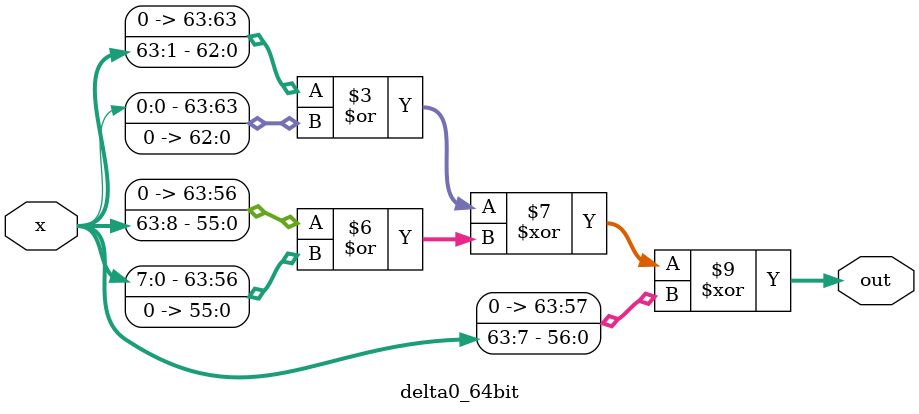
<source format=v>
module delta0_64bit (
    input  wire [63:0] x,    // Input 64-bit word
    output wire [63:0] out // Output of Σ₀
);

    // Compute Σ₀ directly
    

    assign out = ((x >> 1) | (x << 63)) ^  // (x rightrotate 1)
                    ((x >> 8) | (x << 56)) ^  // (x rightrotate 8)
                    (x >> 7);                 // (x rightshift 7)
endmodule
</source>
